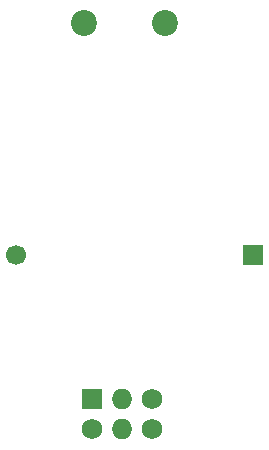
<source format=gbs>
G04 #@! TF.GenerationSoftware,KiCad,Pcbnew,9.0.2*
G04 #@! TF.CreationDate,2025-06-03T20:11:50-05:00*
G04 #@! TF.ProjectId,SAO_Pin,53414f5f-5069-46e2-9e6b-696361645f70,1*
G04 #@! TF.SameCoordinates,Original*
G04 #@! TF.FileFunction,Soldermask,Bot*
G04 #@! TF.FilePolarity,Negative*
%FSLAX46Y46*%
G04 Gerber Fmt 4.6, Leading zero omitted, Abs format (unit mm)*
G04 Created by KiCad (PCBNEW 9.0.2) date 2025-06-03 20:11:50*
%MOMM*%
%LPD*%
G01*
G04 APERTURE LIST*
%ADD10C,1.700000*%
%ADD11R,1.700000X1.700000*%
%ADD12C,2.200000*%
%ADD13R,1.727200X1.727200*%
%ADD14C,1.727200*%
%ADD15O,1.727200X1.727200*%
G04 APERTURE END LIST*
D10*
X130545000Y-92800000D03*
D11*
X150545000Y-92800000D03*
D12*
X136300000Y-73150000D03*
X143100000Y-73150000D03*
D13*
X136980000Y-104965000D03*
D14*
X136980000Y-107505000D03*
D15*
X139520000Y-104965000D03*
X139520000Y-107505000D03*
D14*
X142060000Y-104965000D03*
X142060000Y-107505000D03*
M02*

</source>
